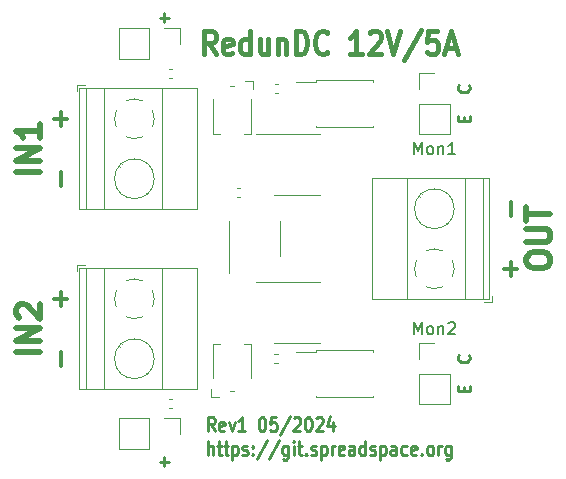
<source format=gbr>
%TF.GenerationSoftware,KiCad,Pcbnew,6.0.11-2627ca5db0~126~ubuntu22.04.1*%
%TF.CreationDate,2024-05-09T19:34:26+02:00*%
%TF.ProjectId,RedunDC,52656475-6e44-4432-9e6b-696361645f70,rev?*%
%TF.SameCoordinates,Original*%
%TF.FileFunction,Legend,Top*%
%TF.FilePolarity,Positive*%
%FSLAX46Y46*%
G04 Gerber Fmt 4.6, Leading zero omitted, Abs format (unit mm)*
G04 Created by KiCad (PCBNEW 6.0.11-2627ca5db0~126~ubuntu22.04.1) date 2024-05-09 19:34:26*
%MOMM*%
%LPD*%
G01*
G04 APERTURE LIST*
%ADD10C,0.425000*%
%ADD11C,0.300000*%
%ADD12C,0.250000*%
%ADD13C,0.500000*%
%ADD14C,0.150000*%
%ADD15C,0.120000*%
G04 APERTURE END LIST*
D10*
X136416666Y-75834761D02*
X135850000Y-74882380D01*
X135445238Y-75834761D02*
X135445238Y-73834761D01*
X136092857Y-73834761D01*
X136254761Y-73930000D01*
X136335714Y-74025238D01*
X136416666Y-74215714D01*
X136416666Y-74501428D01*
X136335714Y-74691904D01*
X136254761Y-74787142D01*
X136092857Y-74882380D01*
X135445238Y-74882380D01*
X137792857Y-75739523D02*
X137630952Y-75834761D01*
X137307142Y-75834761D01*
X137145238Y-75739523D01*
X137064285Y-75549047D01*
X137064285Y-74787142D01*
X137145238Y-74596666D01*
X137307142Y-74501428D01*
X137630952Y-74501428D01*
X137792857Y-74596666D01*
X137873809Y-74787142D01*
X137873809Y-74977619D01*
X137064285Y-75168095D01*
X139330952Y-75834761D02*
X139330952Y-73834761D01*
X139330952Y-75739523D02*
X139169047Y-75834761D01*
X138845238Y-75834761D01*
X138683333Y-75739523D01*
X138602380Y-75644285D01*
X138521428Y-75453809D01*
X138521428Y-74882380D01*
X138602380Y-74691904D01*
X138683333Y-74596666D01*
X138845238Y-74501428D01*
X139169047Y-74501428D01*
X139330952Y-74596666D01*
X140869047Y-74501428D02*
X140869047Y-75834761D01*
X140140476Y-74501428D02*
X140140476Y-75549047D01*
X140221428Y-75739523D01*
X140383333Y-75834761D01*
X140626190Y-75834761D01*
X140788095Y-75739523D01*
X140869047Y-75644285D01*
X141678571Y-74501428D02*
X141678571Y-75834761D01*
X141678571Y-74691904D02*
X141759523Y-74596666D01*
X141921428Y-74501428D01*
X142164285Y-74501428D01*
X142326190Y-74596666D01*
X142407142Y-74787142D01*
X142407142Y-75834761D01*
X143216666Y-75834761D02*
X143216666Y-73834761D01*
X143621428Y-73834761D01*
X143864285Y-73930000D01*
X144026190Y-74120476D01*
X144107142Y-74310952D01*
X144188095Y-74691904D01*
X144188095Y-74977619D01*
X144107142Y-75358571D01*
X144026190Y-75549047D01*
X143864285Y-75739523D01*
X143621428Y-75834761D01*
X143216666Y-75834761D01*
X145888095Y-75644285D02*
X145807142Y-75739523D01*
X145564285Y-75834761D01*
X145402380Y-75834761D01*
X145159523Y-75739523D01*
X144997619Y-75549047D01*
X144916666Y-75358571D01*
X144835714Y-74977619D01*
X144835714Y-74691904D01*
X144916666Y-74310952D01*
X144997619Y-74120476D01*
X145159523Y-73930000D01*
X145402380Y-73834761D01*
X145564285Y-73834761D01*
X145807142Y-73930000D01*
X145888095Y-74025238D01*
X148802380Y-75834761D02*
X147830952Y-75834761D01*
X148316666Y-75834761D02*
X148316666Y-73834761D01*
X148154761Y-74120476D01*
X147992857Y-74310952D01*
X147830952Y-74406190D01*
X149450000Y-74025238D02*
X149530952Y-73930000D01*
X149692857Y-73834761D01*
X150097619Y-73834761D01*
X150259523Y-73930000D01*
X150340476Y-74025238D01*
X150421428Y-74215714D01*
X150421428Y-74406190D01*
X150340476Y-74691904D01*
X149369047Y-75834761D01*
X150421428Y-75834761D01*
X150907142Y-73834761D02*
X151473809Y-75834761D01*
X152040476Y-73834761D01*
X153821428Y-73739523D02*
X152364285Y-76310952D01*
X155197619Y-73834761D02*
X154388095Y-73834761D01*
X154307142Y-74787142D01*
X154388095Y-74691904D01*
X154550000Y-74596666D01*
X154954761Y-74596666D01*
X155116666Y-74691904D01*
X155197619Y-74787142D01*
X155278571Y-74977619D01*
X155278571Y-75453809D01*
X155197619Y-75644285D01*
X155116666Y-75739523D01*
X154954761Y-75834761D01*
X154550000Y-75834761D01*
X154388095Y-75739523D01*
X154307142Y-75644285D01*
X155926190Y-75263333D02*
X156735714Y-75263333D01*
X155764285Y-75834761D02*
X156330952Y-73834761D01*
X156897619Y-75834761D01*
D11*
X161397142Y-94551428D02*
X161397142Y-93408571D01*
X161968571Y-93980000D02*
X160825714Y-93980000D01*
D12*
X131699047Y-72715428D02*
X132460952Y-72715428D01*
X132080000Y-73096380D02*
X132080000Y-72334476D01*
X131699047Y-110307428D02*
X132460952Y-110307428D01*
X132080000Y-110688380D02*
X132080000Y-109926476D01*
D11*
X123297142Y-81851428D02*
X123297142Y-80708571D01*
X123868571Y-81280000D02*
X122725714Y-81280000D01*
D12*
X157408571Y-81494285D02*
X157408571Y-81160952D01*
X157932380Y-81018095D02*
X157932380Y-81494285D01*
X156932380Y-81494285D01*
X156932380Y-81018095D01*
D11*
X123297142Y-86931428D02*
X123297142Y-85788571D01*
D12*
X157837142Y-101290476D02*
X157884761Y-101338095D01*
X157932380Y-101480952D01*
X157932380Y-101576190D01*
X157884761Y-101719047D01*
X157789523Y-101814285D01*
X157694285Y-101861904D01*
X157503809Y-101909523D01*
X157360952Y-101909523D01*
X157170476Y-101861904D01*
X157075238Y-101814285D01*
X156980000Y-101719047D01*
X156932380Y-101576190D01*
X156932380Y-101480952D01*
X156980000Y-101338095D01*
X157027619Y-101290476D01*
X157408571Y-104354285D02*
X157408571Y-104020952D01*
X157932380Y-103878095D02*
X157932380Y-104354285D01*
X156932380Y-104354285D01*
X156932380Y-103878095D01*
X135788095Y-109762857D02*
X135788095Y-108562857D01*
X136216666Y-109762857D02*
X136216666Y-109134285D01*
X136169047Y-109020000D01*
X136073809Y-108962857D01*
X135930952Y-108962857D01*
X135835714Y-109020000D01*
X135788095Y-109077142D01*
X136550000Y-108962857D02*
X136930952Y-108962857D01*
X136692857Y-108562857D02*
X136692857Y-109591428D01*
X136740476Y-109705714D01*
X136835714Y-109762857D01*
X136930952Y-109762857D01*
X137121428Y-108962857D02*
X137502380Y-108962857D01*
X137264285Y-108562857D02*
X137264285Y-109591428D01*
X137311904Y-109705714D01*
X137407142Y-109762857D01*
X137502380Y-109762857D01*
X137835714Y-108962857D02*
X137835714Y-110162857D01*
X137835714Y-109020000D02*
X137930952Y-108962857D01*
X138121428Y-108962857D01*
X138216666Y-109020000D01*
X138264285Y-109077142D01*
X138311904Y-109191428D01*
X138311904Y-109534285D01*
X138264285Y-109648571D01*
X138216666Y-109705714D01*
X138121428Y-109762857D01*
X137930952Y-109762857D01*
X137835714Y-109705714D01*
X138692857Y-109705714D02*
X138788095Y-109762857D01*
X138978571Y-109762857D01*
X139073809Y-109705714D01*
X139121428Y-109591428D01*
X139121428Y-109534285D01*
X139073809Y-109420000D01*
X138978571Y-109362857D01*
X138835714Y-109362857D01*
X138740476Y-109305714D01*
X138692857Y-109191428D01*
X138692857Y-109134285D01*
X138740476Y-109020000D01*
X138835714Y-108962857D01*
X138978571Y-108962857D01*
X139073809Y-109020000D01*
X139550000Y-109648571D02*
X139597619Y-109705714D01*
X139550000Y-109762857D01*
X139502380Y-109705714D01*
X139550000Y-109648571D01*
X139550000Y-109762857D01*
X139550000Y-109020000D02*
X139597619Y-109077142D01*
X139550000Y-109134285D01*
X139502380Y-109077142D01*
X139550000Y-109020000D01*
X139550000Y-109134285D01*
X140740476Y-108505714D02*
X139883333Y-110048571D01*
X141788095Y-108505714D02*
X140930952Y-110048571D01*
X142550000Y-108962857D02*
X142550000Y-109934285D01*
X142502380Y-110048571D01*
X142454761Y-110105714D01*
X142359523Y-110162857D01*
X142216666Y-110162857D01*
X142121428Y-110105714D01*
X142550000Y-109705714D02*
X142454761Y-109762857D01*
X142264285Y-109762857D01*
X142169047Y-109705714D01*
X142121428Y-109648571D01*
X142073809Y-109534285D01*
X142073809Y-109191428D01*
X142121428Y-109077142D01*
X142169047Y-109020000D01*
X142264285Y-108962857D01*
X142454761Y-108962857D01*
X142550000Y-109020000D01*
X143026190Y-109762857D02*
X143026190Y-108962857D01*
X143026190Y-108562857D02*
X142978571Y-108620000D01*
X143026190Y-108677142D01*
X143073809Y-108620000D01*
X143026190Y-108562857D01*
X143026190Y-108677142D01*
X143359523Y-108962857D02*
X143740476Y-108962857D01*
X143502380Y-108562857D02*
X143502380Y-109591428D01*
X143550000Y-109705714D01*
X143645238Y-109762857D01*
X143740476Y-109762857D01*
X144073809Y-109648571D02*
X144121428Y-109705714D01*
X144073809Y-109762857D01*
X144026190Y-109705714D01*
X144073809Y-109648571D01*
X144073809Y-109762857D01*
X144502380Y-109705714D02*
X144597619Y-109762857D01*
X144788095Y-109762857D01*
X144883333Y-109705714D01*
X144930952Y-109591428D01*
X144930952Y-109534285D01*
X144883333Y-109420000D01*
X144788095Y-109362857D01*
X144645238Y-109362857D01*
X144550000Y-109305714D01*
X144502380Y-109191428D01*
X144502380Y-109134285D01*
X144550000Y-109020000D01*
X144645238Y-108962857D01*
X144788095Y-108962857D01*
X144883333Y-109020000D01*
X145359523Y-108962857D02*
X145359523Y-110162857D01*
X145359523Y-109020000D02*
X145454761Y-108962857D01*
X145645238Y-108962857D01*
X145740476Y-109020000D01*
X145788095Y-109077142D01*
X145835714Y-109191428D01*
X145835714Y-109534285D01*
X145788095Y-109648571D01*
X145740476Y-109705714D01*
X145645238Y-109762857D01*
X145454761Y-109762857D01*
X145359523Y-109705714D01*
X146264285Y-109762857D02*
X146264285Y-108962857D01*
X146264285Y-109191428D02*
X146311904Y-109077142D01*
X146359523Y-109020000D01*
X146454761Y-108962857D01*
X146550000Y-108962857D01*
X147264285Y-109705714D02*
X147169047Y-109762857D01*
X146978571Y-109762857D01*
X146883333Y-109705714D01*
X146835714Y-109591428D01*
X146835714Y-109134285D01*
X146883333Y-109020000D01*
X146978571Y-108962857D01*
X147169047Y-108962857D01*
X147264285Y-109020000D01*
X147311904Y-109134285D01*
X147311904Y-109248571D01*
X146835714Y-109362857D01*
X148169047Y-109762857D02*
X148169047Y-109134285D01*
X148121428Y-109020000D01*
X148026190Y-108962857D01*
X147835714Y-108962857D01*
X147740476Y-109020000D01*
X148169047Y-109705714D02*
X148073809Y-109762857D01*
X147835714Y-109762857D01*
X147740476Y-109705714D01*
X147692857Y-109591428D01*
X147692857Y-109477142D01*
X147740476Y-109362857D01*
X147835714Y-109305714D01*
X148073809Y-109305714D01*
X148169047Y-109248571D01*
X149073809Y-109762857D02*
X149073809Y-108562857D01*
X149073809Y-109705714D02*
X148978571Y-109762857D01*
X148788095Y-109762857D01*
X148692857Y-109705714D01*
X148645238Y-109648571D01*
X148597619Y-109534285D01*
X148597619Y-109191428D01*
X148645238Y-109077142D01*
X148692857Y-109020000D01*
X148788095Y-108962857D01*
X148978571Y-108962857D01*
X149073809Y-109020000D01*
X149502380Y-109705714D02*
X149597619Y-109762857D01*
X149788095Y-109762857D01*
X149883333Y-109705714D01*
X149930952Y-109591428D01*
X149930952Y-109534285D01*
X149883333Y-109420000D01*
X149788095Y-109362857D01*
X149645238Y-109362857D01*
X149550000Y-109305714D01*
X149502380Y-109191428D01*
X149502380Y-109134285D01*
X149550000Y-109020000D01*
X149645238Y-108962857D01*
X149788095Y-108962857D01*
X149883333Y-109020000D01*
X150359523Y-108962857D02*
X150359523Y-110162857D01*
X150359523Y-109020000D02*
X150454761Y-108962857D01*
X150645238Y-108962857D01*
X150740476Y-109020000D01*
X150788095Y-109077142D01*
X150835714Y-109191428D01*
X150835714Y-109534285D01*
X150788095Y-109648571D01*
X150740476Y-109705714D01*
X150645238Y-109762857D01*
X150454761Y-109762857D01*
X150359523Y-109705714D01*
X151692857Y-109762857D02*
X151692857Y-109134285D01*
X151645238Y-109020000D01*
X151550000Y-108962857D01*
X151359523Y-108962857D01*
X151264285Y-109020000D01*
X151692857Y-109705714D02*
X151597619Y-109762857D01*
X151359523Y-109762857D01*
X151264285Y-109705714D01*
X151216666Y-109591428D01*
X151216666Y-109477142D01*
X151264285Y-109362857D01*
X151359523Y-109305714D01*
X151597619Y-109305714D01*
X151692857Y-109248571D01*
X152597619Y-109705714D02*
X152502380Y-109762857D01*
X152311904Y-109762857D01*
X152216666Y-109705714D01*
X152169047Y-109648571D01*
X152121428Y-109534285D01*
X152121428Y-109191428D01*
X152169047Y-109077142D01*
X152216666Y-109020000D01*
X152311904Y-108962857D01*
X152502380Y-108962857D01*
X152597619Y-109020000D01*
X153407142Y-109705714D02*
X153311904Y-109762857D01*
X153121428Y-109762857D01*
X153026190Y-109705714D01*
X152978571Y-109591428D01*
X152978571Y-109134285D01*
X153026190Y-109020000D01*
X153121428Y-108962857D01*
X153311904Y-108962857D01*
X153407142Y-109020000D01*
X153454761Y-109134285D01*
X153454761Y-109248571D01*
X152978571Y-109362857D01*
X153883333Y-109648571D02*
X153930952Y-109705714D01*
X153883333Y-109762857D01*
X153835714Y-109705714D01*
X153883333Y-109648571D01*
X153883333Y-109762857D01*
X154502380Y-109762857D02*
X154407142Y-109705714D01*
X154359523Y-109648571D01*
X154311904Y-109534285D01*
X154311904Y-109191428D01*
X154359523Y-109077142D01*
X154407142Y-109020000D01*
X154502380Y-108962857D01*
X154645238Y-108962857D01*
X154740476Y-109020000D01*
X154788095Y-109077142D01*
X154835714Y-109191428D01*
X154835714Y-109534285D01*
X154788095Y-109648571D01*
X154740476Y-109705714D01*
X154645238Y-109762857D01*
X154502380Y-109762857D01*
X155264285Y-109762857D02*
X155264285Y-108962857D01*
X155264285Y-109191428D02*
X155311904Y-109077142D01*
X155359523Y-109020000D01*
X155454761Y-108962857D01*
X155550000Y-108962857D01*
X156311904Y-108962857D02*
X156311904Y-109934285D01*
X156264285Y-110048571D01*
X156216666Y-110105714D01*
X156121428Y-110162857D01*
X155978571Y-110162857D01*
X155883333Y-110105714D01*
X156311904Y-109705714D02*
X156216666Y-109762857D01*
X156026190Y-109762857D01*
X155930952Y-109705714D01*
X155883333Y-109648571D01*
X155835714Y-109534285D01*
X155835714Y-109191428D01*
X155883333Y-109077142D01*
X155930952Y-109020000D01*
X156026190Y-108962857D01*
X156216666Y-108962857D01*
X156311904Y-109020000D01*
X136354023Y-107730857D02*
X136020690Y-107159428D01*
X135782595Y-107730857D02*
X135782595Y-106530857D01*
X136163547Y-106530857D01*
X136258785Y-106588000D01*
X136306404Y-106645142D01*
X136354023Y-106759428D01*
X136354023Y-106930857D01*
X136306404Y-107045142D01*
X136258785Y-107102285D01*
X136163547Y-107159428D01*
X135782595Y-107159428D01*
X137163547Y-107673714D02*
X137068309Y-107730857D01*
X136877833Y-107730857D01*
X136782595Y-107673714D01*
X136734976Y-107559428D01*
X136734976Y-107102285D01*
X136782595Y-106988000D01*
X136877833Y-106930857D01*
X137068309Y-106930857D01*
X137163547Y-106988000D01*
X137211166Y-107102285D01*
X137211166Y-107216571D01*
X136734976Y-107330857D01*
X137544500Y-106930857D02*
X137782595Y-107730857D01*
X138020690Y-106930857D01*
X138925452Y-107730857D02*
X138354023Y-107730857D01*
X138639738Y-107730857D02*
X138639738Y-106530857D01*
X138544500Y-106702285D01*
X138449261Y-106816571D01*
X138354023Y-106873714D01*
X140306404Y-106530857D02*
X140401642Y-106530857D01*
X140496880Y-106588000D01*
X140544500Y-106645142D01*
X140592119Y-106759428D01*
X140639738Y-106988000D01*
X140639738Y-107273714D01*
X140592119Y-107502285D01*
X140544500Y-107616571D01*
X140496880Y-107673714D01*
X140401642Y-107730857D01*
X140306404Y-107730857D01*
X140211166Y-107673714D01*
X140163547Y-107616571D01*
X140115928Y-107502285D01*
X140068309Y-107273714D01*
X140068309Y-106988000D01*
X140115928Y-106759428D01*
X140163547Y-106645142D01*
X140211166Y-106588000D01*
X140306404Y-106530857D01*
X141544500Y-106530857D02*
X141068309Y-106530857D01*
X141020690Y-107102285D01*
X141068309Y-107045142D01*
X141163547Y-106988000D01*
X141401642Y-106988000D01*
X141496880Y-107045142D01*
X141544500Y-107102285D01*
X141592119Y-107216571D01*
X141592119Y-107502285D01*
X141544500Y-107616571D01*
X141496880Y-107673714D01*
X141401642Y-107730857D01*
X141163547Y-107730857D01*
X141068309Y-107673714D01*
X141020690Y-107616571D01*
X142734976Y-106473714D02*
X141877833Y-108016571D01*
X143020690Y-106645142D02*
X143068309Y-106588000D01*
X143163547Y-106530857D01*
X143401642Y-106530857D01*
X143496880Y-106588000D01*
X143544500Y-106645142D01*
X143592119Y-106759428D01*
X143592119Y-106873714D01*
X143544500Y-107045142D01*
X142973071Y-107730857D01*
X143592119Y-107730857D01*
X144211166Y-106530857D02*
X144306404Y-106530857D01*
X144401642Y-106588000D01*
X144449261Y-106645142D01*
X144496880Y-106759428D01*
X144544500Y-106988000D01*
X144544500Y-107273714D01*
X144496880Y-107502285D01*
X144449261Y-107616571D01*
X144401642Y-107673714D01*
X144306404Y-107730857D01*
X144211166Y-107730857D01*
X144115928Y-107673714D01*
X144068309Y-107616571D01*
X144020690Y-107502285D01*
X143973071Y-107273714D01*
X143973071Y-106988000D01*
X144020690Y-106759428D01*
X144068309Y-106645142D01*
X144115928Y-106588000D01*
X144211166Y-106530857D01*
X144925452Y-106645142D02*
X144973071Y-106588000D01*
X145068309Y-106530857D01*
X145306404Y-106530857D01*
X145401642Y-106588000D01*
X145449261Y-106645142D01*
X145496880Y-106759428D01*
X145496880Y-106873714D01*
X145449261Y-107045142D01*
X144877833Y-107730857D01*
X145496880Y-107730857D01*
X146354023Y-106930857D02*
X146354023Y-107730857D01*
X146115928Y-106473714D02*
X145877833Y-107330857D01*
X146496880Y-107330857D01*
D11*
X123297142Y-102171428D02*
X123297142Y-101028571D01*
X123297142Y-97091428D02*
X123297142Y-95948571D01*
X123868571Y-96520000D02*
X122725714Y-96520000D01*
X161397142Y-89471428D02*
X161397142Y-88328571D01*
D12*
X157837142Y-78430476D02*
X157884761Y-78478095D01*
X157932380Y-78620952D01*
X157932380Y-78716190D01*
X157884761Y-78859047D01*
X157789523Y-78954285D01*
X157694285Y-79001904D01*
X157503809Y-79049523D01*
X157360952Y-79049523D01*
X157170476Y-79001904D01*
X157075238Y-78954285D01*
X156980000Y-78859047D01*
X156932380Y-78716190D01*
X156932380Y-78620952D01*
X156980000Y-78478095D01*
X157027619Y-78430476D01*
D13*
%TO.C,J3*%
X121554761Y-101060000D02*
X119554761Y-101060000D01*
X121554761Y-100107619D02*
X119554761Y-100107619D01*
X121554761Y-98964761D01*
X119554761Y-98964761D01*
X119745238Y-98107619D02*
X119650000Y-98012380D01*
X119554761Y-97821904D01*
X119554761Y-97345714D01*
X119650000Y-97155238D01*
X119745238Y-97060000D01*
X119935714Y-96964761D01*
X120126190Y-96964761D01*
X120411904Y-97060000D01*
X121554761Y-98202857D01*
X121554761Y-96964761D01*
%TO.C,J2*%
X162734761Y-93440000D02*
X162734761Y-93059047D01*
X162830000Y-92868571D01*
X163020476Y-92678095D01*
X163401428Y-92582857D01*
X164068095Y-92582857D01*
X164449047Y-92678095D01*
X164639523Y-92868571D01*
X164734761Y-93059047D01*
X164734761Y-93440000D01*
X164639523Y-93630476D01*
X164449047Y-93820952D01*
X164068095Y-93916190D01*
X163401428Y-93916190D01*
X163020476Y-93820952D01*
X162830000Y-93630476D01*
X162734761Y-93440000D01*
X162734761Y-91725714D02*
X164353809Y-91725714D01*
X164544285Y-91630476D01*
X164639523Y-91535238D01*
X164734761Y-91344761D01*
X164734761Y-90963809D01*
X164639523Y-90773333D01*
X164544285Y-90678095D01*
X164353809Y-90582857D01*
X162734761Y-90582857D01*
X162734761Y-89916190D02*
X162734761Y-88773333D01*
X164734761Y-89344761D02*
X162734761Y-89344761D01*
D14*
%TO.C,J4*%
X153225714Y-84272380D02*
X153225714Y-83272380D01*
X153559047Y-83986666D01*
X153892380Y-83272380D01*
X153892380Y-84272380D01*
X154511428Y-84272380D02*
X154416190Y-84224761D01*
X154368571Y-84177142D01*
X154320952Y-84081904D01*
X154320952Y-83796190D01*
X154368571Y-83700952D01*
X154416190Y-83653333D01*
X154511428Y-83605714D01*
X154654285Y-83605714D01*
X154749523Y-83653333D01*
X154797142Y-83700952D01*
X154844761Y-83796190D01*
X154844761Y-84081904D01*
X154797142Y-84177142D01*
X154749523Y-84224761D01*
X154654285Y-84272380D01*
X154511428Y-84272380D01*
X155273333Y-83605714D02*
X155273333Y-84272380D01*
X155273333Y-83700952D02*
X155320952Y-83653333D01*
X155416190Y-83605714D01*
X155559047Y-83605714D01*
X155654285Y-83653333D01*
X155701904Y-83748571D01*
X155701904Y-84272380D01*
X156701904Y-84272380D02*
X156130476Y-84272380D01*
X156416190Y-84272380D02*
X156416190Y-83272380D01*
X156320952Y-83415238D01*
X156225714Y-83510476D01*
X156130476Y-83558095D01*
D13*
%TO.C,J1*%
X121554761Y-85820000D02*
X119554761Y-85820000D01*
X121554761Y-84867619D02*
X119554761Y-84867619D01*
X121554761Y-83724761D01*
X119554761Y-83724761D01*
X121554761Y-81724761D02*
X121554761Y-82867619D01*
X121554761Y-82296190D02*
X119554761Y-82296190D01*
X119840476Y-82486666D01*
X120030952Y-82677142D01*
X120126190Y-82867619D01*
D14*
%TO.C,J5*%
X153225714Y-99512380D02*
X153225714Y-98512380D01*
X153559047Y-99226666D01*
X153892380Y-98512380D01*
X153892380Y-99512380D01*
X154511428Y-99512380D02*
X154416190Y-99464761D01*
X154368571Y-99417142D01*
X154320952Y-99321904D01*
X154320952Y-99036190D01*
X154368571Y-98940952D01*
X154416190Y-98893333D01*
X154511428Y-98845714D01*
X154654285Y-98845714D01*
X154749523Y-98893333D01*
X154797142Y-98940952D01*
X154844761Y-99036190D01*
X154844761Y-99321904D01*
X154797142Y-99417142D01*
X154749523Y-99464761D01*
X154654285Y-99512380D01*
X154511428Y-99512380D01*
X155273333Y-98845714D02*
X155273333Y-99512380D01*
X155273333Y-98940952D02*
X155320952Y-98893333D01*
X155416190Y-98845714D01*
X155559047Y-98845714D01*
X155654285Y-98893333D01*
X155701904Y-98988571D01*
X155701904Y-99512380D01*
X156130476Y-98607619D02*
X156178095Y-98560000D01*
X156273333Y-98512380D01*
X156511428Y-98512380D01*
X156606666Y-98560000D01*
X156654285Y-98607619D01*
X156701904Y-98702857D01*
X156701904Y-98798095D01*
X156654285Y-98940952D01*
X156082857Y-99512380D01*
X156701904Y-99512380D01*
D15*
%TO.C,J7*%
X130810000Y-109280000D02*
X128210000Y-109280000D01*
X130810000Y-106620000D02*
X128210000Y-106620000D01*
X133410000Y-106620000D02*
X133410000Y-107950000D01*
X132080000Y-106620000D02*
X133410000Y-106620000D01*
X130810000Y-106620000D02*
X130810000Y-109280000D01*
X128210000Y-106620000D02*
X128210000Y-109280000D01*
%TO.C,U1*%
X137540000Y-91440000D02*
X137540000Y-94315000D01*
X137540000Y-91440000D02*
X137540000Y-89940000D01*
X141860000Y-91440000D02*
X141860000Y-89940000D01*
X141860000Y-91440000D02*
X141860000Y-92940000D01*
%TO.C,U3*%
X144920000Y-101020000D02*
X143220000Y-101020000D01*
X149720000Y-100870000D02*
X149720000Y-101020000D01*
X144920000Y-100870000D02*
X149720000Y-100870000D01*
X149720000Y-104720000D02*
X149720000Y-104870000D01*
X144920000Y-101020000D02*
X144920000Y-100870000D01*
X149720000Y-104870000D02*
X144920000Y-104870000D01*
X144920000Y-104870000D02*
X144920000Y-104720000D01*
%TO.C,R4*%
X132743640Y-105030000D02*
X132436358Y-105030000D01*
X132743640Y-105790000D02*
X132436358Y-105790000D01*
%TO.C,U2*%
X144920000Y-82010000D02*
X144920000Y-81860000D01*
X149720000Y-82010000D02*
X144920000Y-82010000D01*
X149720000Y-78010000D02*
X149720000Y-78160000D01*
X144920000Y-78160000D02*
X143220000Y-78160000D01*
X144920000Y-78160000D02*
X144920000Y-78010000D01*
X149720000Y-81860000D02*
X149720000Y-82010000D01*
X144920000Y-78010000D02*
X149720000Y-78010000D01*
%TO.C,Q1*%
X143281400Y-87700800D02*
X141331400Y-87700800D01*
X143281400Y-82580800D02*
X145231400Y-82580800D01*
X143281400Y-82580800D02*
X139831400Y-82580800D01*
X143281400Y-87700800D02*
X145231400Y-87700800D01*
%TO.C,J3*%
X128517000Y-100373000D02*
X128471000Y-100326000D01*
X126940000Y-93920000D02*
X126940000Y-104200000D01*
X125380000Y-93680000D02*
X124640000Y-93680000D01*
X130815000Y-102670000D02*
X130779000Y-102635000D01*
X131841000Y-93920000D02*
X131841000Y-104200000D01*
X125440000Y-93920000D02*
X125440000Y-104200000D01*
X124640000Y-93680000D02*
X124640000Y-94180000D01*
X128301000Y-100566000D02*
X128266000Y-100531000D01*
X134801000Y-93920000D02*
X134801000Y-104200000D01*
X134801000Y-93920000D02*
X124880000Y-93920000D01*
X134801000Y-104200000D02*
X124880000Y-104200000D01*
X124880000Y-93920000D02*
X124880000Y-104200000D01*
X130609000Y-102875000D02*
X130563000Y-102828000D01*
X128856000Y-98055001D02*
G75*
G03*
X130223042Y-98055427I684000J1535001D01*
G01*
X131075000Y-97204000D02*
G75*
G03*
X131075427Y-95836958I-1534993J684001D01*
G01*
X127860000Y-96520000D02*
G75*
G03*
X128005244Y-97203318I1680000J0D01*
G01*
X128005000Y-95836000D02*
G75*
G03*
X127859747Y-96548805I1535001J-683999D01*
G01*
X130224000Y-94985000D02*
G75*
G03*
X128856958Y-94984573I-684001J-1534993D01*
G01*
X131220000Y-101600000D02*
G75*
G03*
X131220000Y-101600000I-1680000J0D01*
G01*
%TO.C,C1*%
X138464236Y-87143000D02*
X138248564Y-87143000D01*
X138464236Y-87863000D02*
X138248564Y-87863000D01*
%TO.C,J6*%
X132080000Y-73600000D02*
X133410000Y-73600000D01*
X128210000Y-73600000D02*
X128210000Y-76260000D01*
X130810000Y-76260000D02*
X128210000Y-76260000D01*
X130810000Y-73600000D02*
X130810000Y-76260000D01*
X133410000Y-73600000D02*
X133410000Y-74930000D01*
X130810000Y-73600000D02*
X128210000Y-73600000D01*
%TO.C,RV1*%
X136195000Y-82545000D02*
X136795000Y-82545000D01*
X139595000Y-78045000D02*
X138895000Y-78045000D01*
X136195000Y-79645000D02*
X136195000Y-82545000D01*
X139395000Y-79645000D02*
X139395000Y-82545000D01*
X137995000Y-78545000D02*
X137595000Y-78545000D01*
X139595000Y-78745000D02*
X139595000Y-78045000D01*
X139395000Y-82545000D02*
X138795000Y-82545000D01*
%TO.C,Q2*%
X143281400Y-100248400D02*
X141331400Y-100248400D01*
X143281400Y-95128400D02*
X145231400Y-95128400D01*
X143281400Y-100248400D02*
X145231400Y-100248400D01*
X143281400Y-95128400D02*
X139831400Y-95128400D01*
%TO.C,R2*%
X141400559Y-101980000D02*
X141707841Y-101980000D01*
X141400559Y-101220000D02*
X141707841Y-101220000D01*
%TO.C,J2*%
X157540000Y-96580000D02*
X157540000Y-86300000D01*
X159040000Y-96580000D02*
X159040000Y-86300000D01*
X155963000Y-90127000D02*
X156009000Y-90174000D01*
X159840000Y-96820000D02*
X159840000Y-96320000D01*
X149679000Y-86300000D02*
X159600000Y-86300000D01*
X159600000Y-96580000D02*
X159600000Y-86300000D01*
X153871000Y-87625000D02*
X153917000Y-87672000D01*
X149679000Y-96580000D02*
X149679000Y-86300000D01*
X152639000Y-96580000D02*
X152639000Y-86300000D01*
X149679000Y-96580000D02*
X159600000Y-96580000D01*
X156179000Y-89934000D02*
X156214000Y-89969000D01*
X159100000Y-96820000D02*
X159840000Y-96820000D01*
X153665000Y-87830000D02*
X153701000Y-87865000D01*
X154256000Y-95515000D02*
G75*
G03*
X155623042Y-95515427I684001J1534993D01*
G01*
X156475000Y-94664000D02*
G75*
G03*
X156620253Y-93951195I-1535001J683999D01*
G01*
X155624000Y-92444999D02*
G75*
G03*
X154256958Y-92444573I-684000J-1535001D01*
G01*
X153405000Y-93296000D02*
G75*
G03*
X153404573Y-94663042I1534993J-684001D01*
G01*
X156620000Y-93980000D02*
G75*
G03*
X156474756Y-93296682I-1680000J0D01*
G01*
X156620000Y-88900000D02*
G75*
G03*
X156620000Y-88900000I-1680000J0D01*
G01*
%TO.C,RV2*%
X136195000Y-100335000D02*
X136795000Y-100335000D01*
X135995000Y-104835000D02*
X136695000Y-104835000D01*
X139395000Y-103235000D02*
X139395000Y-100335000D01*
X135995000Y-104135000D02*
X135995000Y-104835000D01*
X139395000Y-100335000D02*
X138795000Y-100335000D01*
X136195000Y-103235000D02*
X136195000Y-100335000D01*
X137595000Y-104335000D02*
X137995000Y-104335000D01*
%TO.C,R3*%
X132743641Y-77090000D02*
X132436359Y-77090000D01*
X132743641Y-77850000D02*
X132436359Y-77850000D01*
%TO.C,J4*%
X153610000Y-82610000D02*
X156270000Y-82610000D01*
X153610000Y-77410000D02*
X154940000Y-77410000D01*
X153610000Y-78740000D02*
X153610000Y-77410000D01*
X156270000Y-80010000D02*
X156270000Y-82610000D01*
X153610000Y-80010000D02*
X153610000Y-82610000D01*
X153610000Y-80010000D02*
X156270000Y-80010000D01*
%TO.C,J1*%
X125380000Y-78440000D02*
X124640000Y-78440000D01*
X128517000Y-85133000D02*
X128471000Y-85086000D01*
X124640000Y-78440000D02*
X124640000Y-78940000D01*
X128301000Y-85326000D02*
X128266000Y-85291000D01*
X130609000Y-87635000D02*
X130563000Y-87588000D01*
X131841000Y-78680000D02*
X131841000Y-88960000D01*
X130815000Y-87430000D02*
X130779000Y-87395000D01*
X134801000Y-78680000D02*
X124880000Y-78680000D01*
X125440000Y-78680000D02*
X125440000Y-88960000D01*
X126940000Y-78680000D02*
X126940000Y-88960000D01*
X124880000Y-78680000D02*
X124880000Y-88960000D01*
X134801000Y-88960000D02*
X124880000Y-88960000D01*
X134801000Y-78680000D02*
X134801000Y-88960000D01*
X127860000Y-81280000D02*
G75*
G03*
X128005244Y-81963318I1680000J0D01*
G01*
X128856000Y-82815001D02*
G75*
G03*
X130223042Y-82815427I684000J1535001D01*
G01*
X130224000Y-79745000D02*
G75*
G03*
X128856958Y-79744573I-684001J-1534993D01*
G01*
X131075000Y-81964000D02*
G75*
G03*
X131075427Y-80596958I-1534993J684001D01*
G01*
X128005000Y-80596000D02*
G75*
G03*
X127859747Y-81308805I1535001J-683999D01*
G01*
X131220000Y-86360000D02*
G75*
G03*
X131220000Y-86360000I-1680000J0D01*
G01*
%TO.C,J5*%
X156270000Y-102870000D02*
X156270000Y-105470000D01*
X153610000Y-102870000D02*
X156270000Y-102870000D01*
X153610000Y-105470000D02*
X156270000Y-105470000D01*
X153610000Y-100270000D02*
X154940000Y-100270000D01*
X153610000Y-102870000D02*
X153610000Y-105470000D01*
X153610000Y-101600000D02*
X153610000Y-100270000D01*
%TO.C,R1*%
X141416359Y-79120000D02*
X141723641Y-79120000D01*
X141416359Y-78360000D02*
X141723641Y-78360000D01*
%TD*%
M02*

</source>
